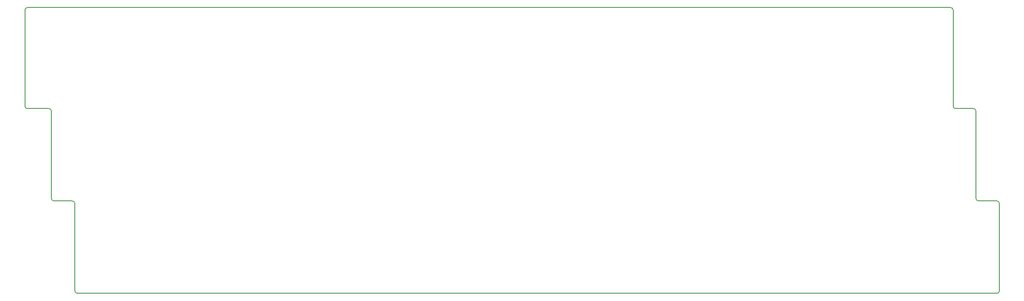
<source format=gbr>
G04 #@! TF.GenerationSoftware,KiCad,Pcbnew,(5.1.4-0-10_14)*
G04 #@! TF.CreationDate,2020-11-13T00:33:10-06:00*
G04 #@! TF.ProjectId,omega_solder,6f6d6567-615f-4736-9f6c-6465722e6b69,rev?*
G04 #@! TF.SameCoordinates,Original*
G04 #@! TF.FileFunction,Profile,NP*
%FSLAX46Y46*%
G04 Gerber Fmt 4.6, Leading zero omitted, Abs format (unit mm)*
G04 Created by KiCad (PCBNEW (5.1.4-0-10_14)) date 2020-11-13 00:33:10*
%MOMM*%
%LPD*%
G04 APERTURE LIST*
%ADD10C,0.200000*%
G04 APERTURE END LIST*
D10*
X55245000Y-40132000D02*
G75*
G02X55753000Y-39624000I508000J0D01*
G01*
X55753000Y-60452000D02*
G75*
G02X55245000Y-59944000I0J508000D01*
G01*
X60198000Y-60452000D02*
G75*
G02X60706000Y-60960000I0J-508000D01*
G01*
X61214000Y-79502000D02*
G75*
G02X60706000Y-78994000I0J508000D01*
G01*
X65024000Y-79502000D02*
G75*
G02X65532000Y-80010000I0J-508000D01*
G01*
X66040000Y-98552000D02*
G75*
G02X65532000Y-98044000I0J508000D01*
G01*
X256032000Y-98044000D02*
G75*
G02X255524000Y-98552000I-508000J0D01*
G01*
X255524000Y-79502000D02*
G75*
G02X256032000Y-80010000I0J-508000D01*
G01*
X251714000Y-79502000D02*
G75*
G02X251206000Y-78994000I0J508000D01*
G01*
X250698000Y-60452000D02*
G75*
G02X251206000Y-60960000I0J-508000D01*
G01*
X247015000Y-60452000D02*
G75*
G02X246507000Y-59944000I0J508000D01*
G01*
X245999000Y-39624000D02*
G75*
G02X246507000Y-40132000I0J-508000D01*
G01*
X246507000Y-59944000D02*
X246507000Y-40132000D01*
X250698000Y-60452000D02*
X247015000Y-60452000D01*
X251206000Y-78994000D02*
X251206000Y-60960000D01*
X255524000Y-79502000D02*
X251714000Y-79502000D01*
X65532000Y-80010000D02*
X65532000Y-98044000D01*
X61214000Y-79502000D02*
X65024000Y-79502000D01*
X60706000Y-60960000D02*
X60706000Y-78994000D01*
X55753000Y-60452000D02*
X60198000Y-60452000D01*
X55753000Y-39624000D02*
X245999000Y-39624000D01*
X256032000Y-80010000D02*
X256032000Y-98044000D01*
X55245000Y-40132000D02*
X55245000Y-59944000D01*
X66040000Y-98552000D02*
X255524000Y-98552000D01*
M02*

</source>
